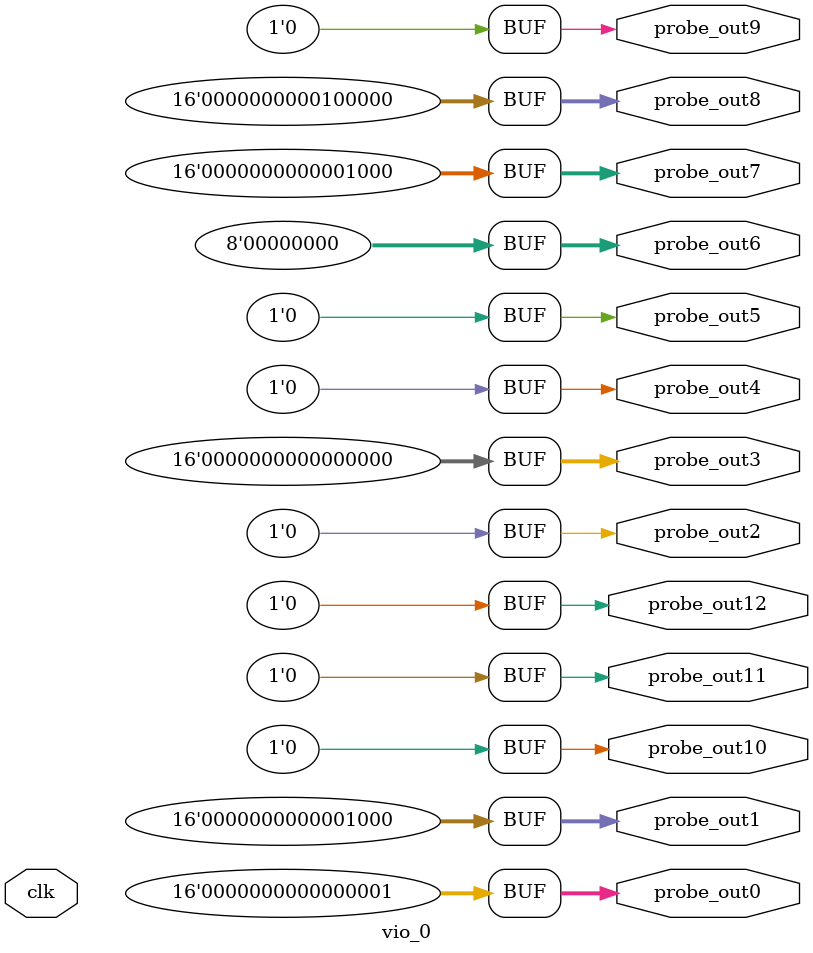
<source format=v>
`timescale 1ns / 1ps
module vio_0 (
clk,

probe_out0,
probe_out1,
probe_out2,
probe_out3,
probe_out4,
probe_out5,
probe_out6,
probe_out7,
probe_out8,
probe_out9,
probe_out10,
probe_out11,
probe_out12
);

input clk;

output reg [15 : 0] probe_out0 = 'h0001 ;
output reg [15 : 0] probe_out1 = 'h0008 ;
output reg [0 : 0] probe_out2 = 'h0 ;
output reg [15 : 0] probe_out3 = 'h0000 ;
output reg [0 : 0] probe_out4 = 'h0 ;
output reg [0 : 0] probe_out5 = 'h0 ;
output reg [7 : 0] probe_out6 = 'h00 ;
output reg [15 : 0] probe_out7 = 'h0008 ;
output reg [15 : 0] probe_out8 = 'h0020 ;
output reg [0 : 0] probe_out9 = 'h0 ;
output reg [0 : 0] probe_out10 = 'h0 ;
output reg [0 : 0] probe_out11 = 'h0 ;
output reg [0 : 0] probe_out12 = 'h0 ;


endmodule

</source>
